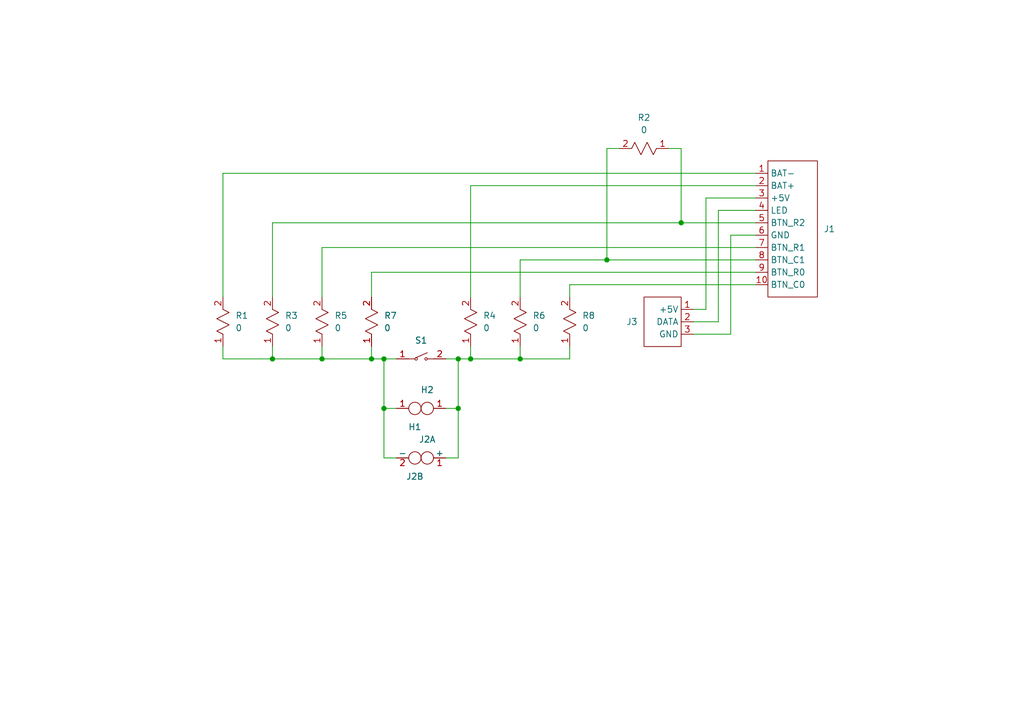
<source format=kicad_sch>
(kicad_sch (version 20230121) (generator eeschema)
  (paper "A5")
  (lib_symbols
    (symbol "zandmd:302-S101"
      (property "Reference" "J" (at 0 0 0))
      (symbol "302-S101_0_1"
        (rectangle (start 2.54 27.94) (end 12.7 0))
      )
      (symbol "302-S101_1_1"
        (pin unspecified line (at 0 25.4 0) (length 2.54) (name "P1") (number "1") (alternate "BAT-" passive line))
        (pin unspecified line (at 0 2.54 0) (length 2.54) (name "P10") (number "10") (alternate "BTN_C0" output line))
        (pin unspecified line (at 0 22.86 0) (length 2.54) (name "P2") (number "2") (alternate "BAT+" power_in line))
        (pin unspecified line (at 0 20.32 0) (length 2.54) (name "P3") (number "3") (alternate "+5V" power_in line))
        (pin unspecified line (at 0 17.78 0) (length 2.54) (name "P4") (number "4") (alternate "LED" input line))
        (pin unspecified line (at 0 15.24 0) (length 2.54) (name "P5") (number "5") (alternate "BTN_R2" input line))
        (pin unspecified line (at 0 12.7 0) (length 2.54) (name "P6") (number "6") (alternate "GND" passive line))
        (pin unspecified line (at 0 10.16 0) (length 2.54) (name "P7") (number "7") (alternate "BTN_R1" input line))
        (pin unspecified line (at 0 7.62 0) (length 2.54) (name "P8") (number "8") (alternate "BTN_C1" output line))
        (pin unspecified line (at 0 5.08 0) (length 2.54) (name "P9") (number "9") (alternate "BTN_R0" input line) (alternate "GND" passive line))
      )
    )
    (symbol "zandmd:B01AG923GI"
      (property "Reference" "J" (at 0 0 0))
      (symbol "B01AG923GI_0_1"
        (rectangle (start 2.54 10.16) (end 10.16 0))
      )
      (symbol "B01AG923GI_1_1"
        (pin power_in line (at 0 7.62 0) (length 2.54) (name "+5V") (number "1"))
        (pin input line (at 0 5.08 0) (length 2.54) (name "DATA") (number "2"))
        (pin passive line (at 0 2.54 0) (length 2.54) (name "GND") (number "3"))
      )
    )
    (symbol "zandmd:B076FX76R8" (pin_names (offset 0))
      (property "Reference" "H" (at 0 0 0))
      (symbol "B076FX76R8_0_1"
        (circle (center 3.81 0) (radius 1.27))
      )
      (symbol "B076FX76R8_1_1"
        (pin passive line (at 0 0 0) (length 2.54) (name "") (number "1"))
      )
    )
    (symbol "zandmd:B07QKFD7Z7" (pin_names (offset 0))
      (property "Reference" "S" (at 0 0 0))
      (symbol "B07QKFD7Z7_0_1"
        (polyline (pts (xy 2.54 0) (xy 3.81 0)))
        (polyline (pts (xy 6.35 1.27) (xy 3.937 0.2286)))
        (polyline (pts (xy 7.62 0) (xy 6.35 0)))
        (circle (center 4.064 0) (radius 0.254))
        (circle (center 6.096 0) (radius 0.254))
      )
      (symbol "B07QKFD7Z7_1_1"
        (pin passive line (at 0 0 0) (length 2.54) (name "") (number "1"))
        (pin passive line (at 10.16 0 180) (length 2.54) (name "") (number "2"))
      )
    )
    (symbol "zandmd:B095WMQ8Y8" (pin_names (offset 0))
      (property "Reference" "J" (at 0 0 0))
      (symbol "B095WMQ8Y8_0_1"
        (circle (center 3.81 0) (radius 1.27))
      )
      (symbol "B095WMQ8Y8_1_1"
        (pin passive line (at 0 0 0) (length 2.54) (name "+") (number "1"))
      )
      (symbol "B095WMQ8Y8_2_1"
        (pin passive line (at 0 0 0) (length 2.54) (name "-") (number "2"))
      )
    )
    (symbol "zandmd:RESISTOR" (pin_names (offset 0))
      (property "Reference" "R" (at 0 0 0))
      (property "Value" "R" (at 0 0 0))
      (symbol "RESISTOR_0_1"
        (polyline (pts (xy 2.54 0) (xy 3.175 1.27) (xy 4.445 -1.27) (xy 5.715 1.27) (xy 6.985 -1.27) (xy 7.62 0)))
      )
      (symbol "RESISTOR_1_1"
        (pin passive line (at 0 0 0) (length 2.54) (name "") (number "1"))
        (pin passive line (at 10.16 0 180) (length 2.54) (name "") (number "2"))
      )
    )
  )
  (junction (at 106.68 73.66))
  (junction (at 76.2 73.66))
  (junction (at 93.98 83.82))
  (junction (at 78.74 73.66))
  (junction (at 78.74 83.82))
  (junction (at 96.52 73.66))
  (junction (at 93.98 73.66))
  (junction (at 55.88 73.66))
  (junction (at 124.46 53.34))
  (junction (at 66.04 73.66))
  (junction (at 139.7 45.72))
  (wire (pts (xy 96.52 71.12) (xy 96.52 73.66)))
  (wire (pts (xy 142.24 68.58) (xy 149.86 68.58)))
  (wire (pts (xy 144.78 40.64) (xy 154.94 40.64)))
  (wire (pts (xy 154.94 35.56) (xy 45.72 35.56)))
  (wire (pts (xy 76.2 73.66) (xy 78.74 73.66)))
  (wire (pts (xy 154.94 55.88) (xy 76.2 55.88)))
  (wire (pts (xy 66.04 50.8) (xy 66.04 60.96)))
  (wire (pts (xy 96.52 38.1) (xy 96.52 60.96)))
  (wire (pts (xy 116.84 58.42) (xy 116.84 60.96)))
  (wire (pts (xy 149.86 48.26) (xy 154.94 48.26)))
  (wire (pts (xy 154.94 38.1) (xy 96.52 38.1)))
  (wire (pts (xy 93.98 83.82) (xy 93.98 93.98)))
  (wire (pts (xy 55.88 71.12) (xy 55.88 73.66)))
  (wire (pts (xy 76.2 55.88) (xy 76.2 60.96)))
  (wire (pts (xy 55.88 45.72) (xy 55.88 60.96)))
  (wire (pts (xy 66.04 71.12) (xy 66.04 73.66)))
  (wire (pts (xy 78.74 73.66) (xy 81.28 73.66)))
  (wire (pts (xy 91.44 73.66) (xy 93.98 73.66)))
  (wire (pts (xy 106.68 71.12) (xy 106.68 73.66)))
  (wire (pts (xy 78.74 83.82) (xy 81.28 83.82)))
  (wire (pts (xy 124.46 30.48) (xy 124.46 53.34)))
  (wire (pts (xy 96.52 73.66) (xy 93.98 73.66)))
  (wire (pts (xy 137.16 30.48) (xy 139.7 30.48)))
  (wire (pts (xy 139.7 45.72) (xy 55.88 45.72)))
  (wire (pts (xy 91.44 83.82) (xy 93.98 83.82)))
  (wire (pts (xy 127 30.48) (xy 124.46 30.48)))
  (wire (pts (xy 139.7 30.48) (xy 139.7 45.72)))
  (wire (pts (xy 147.32 43.18) (xy 154.94 43.18)))
  (wire (pts (xy 96.52 73.66) (xy 106.68 73.66)))
  (wire (pts (xy 78.74 83.82) (xy 78.74 73.66)))
  (wire (pts (xy 45.72 71.12) (xy 45.72 73.66)))
  (wire (pts (xy 142.24 63.5) (xy 144.78 63.5)))
  (wire (pts (xy 144.78 40.64) (xy 144.78 63.5)))
  (wire (pts (xy 78.74 93.98) (xy 78.74 83.82)))
  (wire (pts (xy 124.46 53.34) (xy 106.68 53.34)))
  (wire (pts (xy 76.2 71.12) (xy 76.2 73.66)))
  (wire (pts (xy 91.44 93.98) (xy 93.98 93.98)))
  (wire (pts (xy 66.04 73.66) (xy 76.2 73.66)))
  (wire (pts (xy 106.68 53.34) (xy 106.68 60.96)))
  (wire (pts (xy 149.86 48.26) (xy 149.86 68.58)))
  (wire (pts (xy 45.72 73.66) (xy 55.88 73.66)))
  (wire (pts (xy 106.68 73.66) (xy 116.84 73.66)))
  (wire (pts (xy 45.72 35.56) (xy 45.72 60.96)))
  (wire (pts (xy 116.84 71.12) (xy 116.84 73.66)))
  (wire (pts (xy 81.28 93.98) (xy 78.74 93.98)))
  (wire (pts (xy 154.94 45.72) (xy 139.7 45.72)))
  (wire (pts (xy 154.94 58.42) (xy 116.84 58.42)))
  (wire (pts (xy 142.24 66.04) (xy 147.32 66.04)))
  (wire (pts (xy 93.98 73.66) (xy 93.98 83.82)))
  (wire (pts (xy 147.32 43.18) (xy 147.32 66.04)))
  (wire (pts (xy 154.94 53.34) (xy 124.46 53.34)))
  (wire (pts (xy 55.88 73.66) (xy 66.04 73.66)))
  (wire (pts (xy 154.94 50.8) (xy 66.04 50.8)))
  (symbol (lib_id "zandmd:RESISTOR") (at 96.52 71.12 90) (unit 1)
    (property "Reference" "R4" (at 99.06 64.77 90) (effects (justify right)))
    (property "Value" "0" (at 99.06 67.31 90) (effects (justify right)))
    (property "Footprint" "zandmd:PASSIVE-NPOL-0805" (effects hide))
    (property "Sim.Device" "R" (effects hide))
    (property "Sim.Pins" "1=+ 2=-" (effects hide))
  )
  (symbol (lib_id "zandmd:B095WMQ8Y8") (at 81.28 93.98 0) (unit 2)
    (property "Reference" "J2" (at 85.09 97.79 0))
    (property "Value" "B095WMQ8Y8" (effects hide))
    (property "Footprint" "zandmd:B095WMQ8Y8" (effects hide))
    (property "Datasheet" "https://www.amazon.com/dp/B095WMQ8Y8" (effects hide))
    (property "Sim.Enable" "0" (effects hide))
  )
  (symbol (lib_id "zandmd:RESISTOR") (at 116.84 71.12 90) (unit 1)
    (property "Reference" "R8" (at 119.38 64.77 90) (effects (justify right)))
    (property "Value" "0" (at 119.38 67.31 90) (effects (justify right)))
    (property "Footprint" "zandmd:PASSIVE-NPOL-0805" (effects hide))
    (property "Sim.Device" "R" (effects hide))
    (property "Sim.Pins" "1=+ 2=-" (effects hide))
  )
  (symbol (lib_id "zandmd:302-S101") (at 154.94 60.96 0) (unit 1)
    (property "Reference" "J1" (at 168.91 46.99 0) (effects (justify left)))
    (property "Value" "302-S101" (effects hide))
    (property "Footprint" "zandmd:302-S101" (effects hide))
    (property "Datasheet" "http://www.on-shore.com/wp-content/uploads/2018/04/302-SXX1.pdf" (effects hide))
    (property "Sim.Enable" "0" (effects hide))
    (pin "1" (alternate "BAT-"))
    (pin "10" (alternate "BTN_C0"))
    (pin "2" (alternate "BAT+"))
    (pin "3" (alternate "+5V"))
    (pin "4" (alternate "LED"))
    (pin "5" (alternate "BTN_R2"))
    (pin "6" (alternate "GND"))
    (pin "7" (alternate "BTN_R1"))
    (pin "8" (alternate "BTN_C1"))
    (pin "9" (alternate "BTN_R0"))
  )
  (symbol (lib_id "zandmd:B095WMQ8Y8") (at 91.44 93.98 180) (unit 1)
    (property "Reference" "J2" (at 87.63 90.17 0))
    (property "Value" "B095WMQ8Y8" (effects hide))
    (property "Footprint" "zandmd:B095WMQ8Y8" (effects hide))
    (property "Datasheet" "https://www.amazon.com/dp/B095WMQ8Y8" (effects hide))
    (property "Sim.Enable" "0" (effects hide))
  )
  (symbol (lib_id "zandmd:B076FX76R8") (at 81.28 83.82 0) (unit 1)
    (property "Reference" "H1" (at 85.09 87.63 0))
    (property "Value" "B076FX76R8" (effects hide))
    (property "Footprint" "zandmd:B076FX76R8" (effects hide))
    (property "Datasheet" "https://www.amazon.com/dp/B076FX76R8" (effects hide))
    (property "Sim.Enable" "0" (effects hide))
  )
  (symbol (lib_id "zandmd:B076FX76R8") (at 91.44 83.82 180) (unit 1)
    (property "Reference" "H2" (at 87.63 80.01 0))
    (property "Value" "B076FX76R8" (effects hide))
    (property "Footprint" "zandmd:B076FX76R8" (effects hide))
    (property "Datasheet" "https://www.amazon.com/dp/B076FX76R8" (effects hide))
    (property "Sim.Enable" "0" (effects hide))
  )
  (symbol (lib_id "zandmd:B01AG923GI") (at 142.24 71.12 0) (mirror y) (unit 1)
    (property "Reference" "J3" (at 130.81 66.04 0) (effects (justify left)))
    (property "Value" "B01AG923GI" (effects hide))
    (property "Footprint" "zandmd:B01AG923GI" (effects hide))
    (property "Datasheet" "https://www.amazon.com/dp/B01AG923GI" (effects hide))
    (property "Sim.Enable" "0" (effects hide))
  )
  (symbol (lib_id "zandmd:RESISTOR") (at 106.68 71.12 90) (unit 1)
    (property "Reference" "R6" (at 109.22 64.77 90) (effects (justify right)))
    (property "Value" "0" (at 109.22 67.31 90) (effects (justify right)))
    (property "Footprint" "zandmd:PASSIVE-NPOL-0805" (effects hide))
    (property "Sim.Device" "R" (effects hide))
    (property "Sim.Pins" "1=+ 2=-" (effects hide))
  )
  (symbol (lib_id "zandmd:RESISTOR") (at 55.88 71.12 90) (unit 1)
    (property "Reference" "R3" (at 58.42 64.77 90) (effects (justify right)))
    (property "Value" "0" (at 58.42 67.31 90) (effects (justify right)))
    (property "Footprint" "zandmd:PASSIVE-NPOL-0805" (effects hide))
    (property "Sim.Device" "R" (effects hide))
    (property "Sim.Pins" "1=+ 2=-" (effects hide))
  )
  (symbol (lib_id "zandmd:RESISTOR") (at 137.16 30.48 180) (unit 1)
    (property "Reference" "R2" (at 132.08 24.13 0))
    (property "Value" "0" (at 132.08 26.67 0))
    (property "Footprint" "zandmd:PASSIVE-NPOL-0805" (effects hide))
    (property "Sim.Device" "R" (effects hide))
    (property "Sim.Pins" "1=+ 2=-" (effects hide))
  )
  (symbol (lib_id "zandmd:RESISTOR") (at 66.04 71.12 90) (unit 1)
    (property "Reference" "R5" (at 68.58 64.77 90) (effects (justify right)))
    (property "Value" "0" (at 68.58 67.31 90) (effects (justify right)))
    (property "Footprint" "zandmd:PASSIVE-NPOL-0805" (effects hide))
    (property "Sim.Device" "R" (effects hide))
    (property "Sim.Pins" "1=+ 2=-" (effects hide))
  )
  (symbol (lib_id "zandmd:RESISTOR") (at 76.2 71.12 90) (unit 1)
    (property "Reference" "R7" (at 78.74 64.77 90) (effects (justify right)))
    (property "Value" "0" (at 78.74 67.31 90) (effects (justify right)))
    (property "Footprint" "zandmd:PASSIVE-NPOL-0805" (effects hide))
    (property "Sim.Device" "R" (effects hide))
    (property "Sim.Pins" "1=+ 2=-" (effects hide))
  )
  (symbol (lib_id "zandmd:B07QKFD7Z7") (at 81.28 73.66 0) (unit 1)
    (property "Reference" "S1" (at 86.36 69.85 0))
    (property "Value" "B07QKFD7Z7" (effects hide))
    (property "Footprint" "zandmd:B07QKFD7Z7" (effects hide))
    (property "Datasheet" "https://www.amazon.com/dp/B07QKFD7Z7" (effects hide))
    (property "Sim.Enable" "0" (effects hide))
  )
  (symbol (lib_id "zandmd:RESISTOR") (at 45.72 71.12 90) (unit 1)
    (property "Reference" "R1" (at 48.26 64.77 90) (effects (justify right)))
    (property "Value" "0" (at 48.26 67.31 90) (effects (justify right)))
    (property "Footprint" "zandmd:PASSIVE-NPOL-0805" (effects hide))
    (property "Sim.Device" "R" (effects hide))
    (property "Sim.Pins" "1=+ 2=-" (effects hide))
  )
)
</source>
